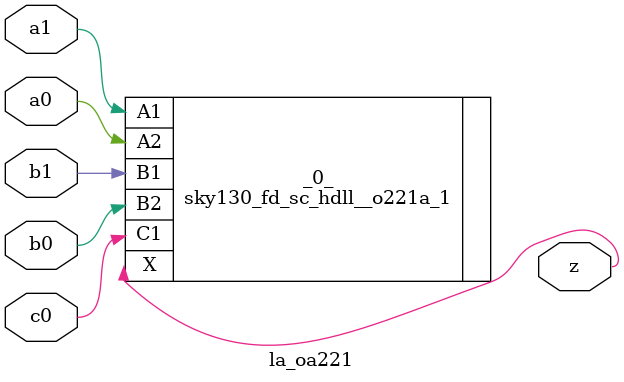
<source format=v>

/* Generated by Yosys 0.37 (git sha1 a5c7f69ed, clang 14.0.0-1ubuntu1.1 -fPIC -Os) */

module la_oa221(a0, a1, b0, b1, c0, z);
  input a0;
  wire a0;
  input a1;
  wire a1;
  input b0;
  wire b0;
  input b1;
  wire b1;
  input c0;
  wire c0;
  output z;
  wire z;
  sky130_fd_sc_hdll__o221a_1 _0_ (
    .A1(a1),
    .A2(a0),
    .B1(b1),
    .B2(b0),
    .C1(c0),
    .X(z)
  );
endmodule

</source>
